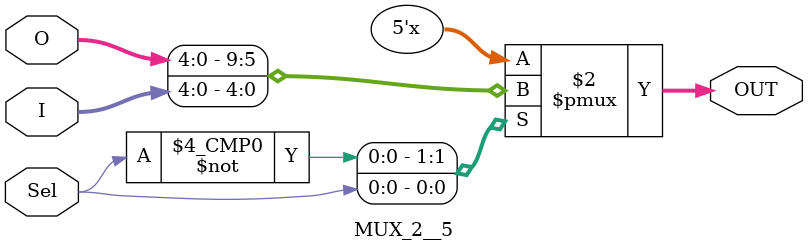
<source format=v>
`timescale 1ns / 1ps


module MUX_2__5(
	input [4:0] O,
	input [4:0] I,
	input  Sel,
	output [4:0] OUT
    );
always @(O or I or Sel) begin
	case(Sel)
		
		1'b0: OUT <= O;
		
		1'b1: OUT <= I;
			
	endcase
end
endmodule

</source>
